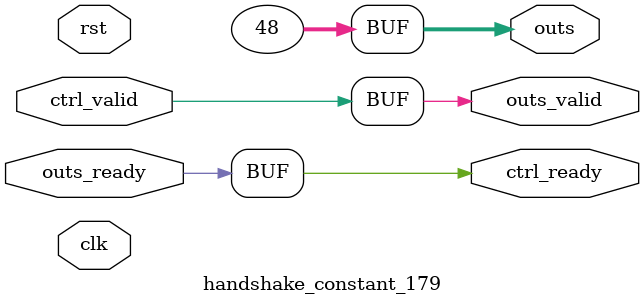
<source format=v>
`timescale 1ns / 1ps
module handshake_constant_179 #(
  parameter DATA_WIDTH = 32  // Default set to 32 bits
) (
  input                       clk,
  input                       rst,
  // Input Channel
  input                       ctrl_valid,
  output                      ctrl_ready,
  // Output Channel
  output [DATA_WIDTH - 1 : 0] outs,
  output                      outs_valid,
  input                       outs_ready
);
  assign outs       = 7'b0110000;
  assign outs_valid = ctrl_valid;
  assign ctrl_ready = outs_ready;

endmodule

</source>
